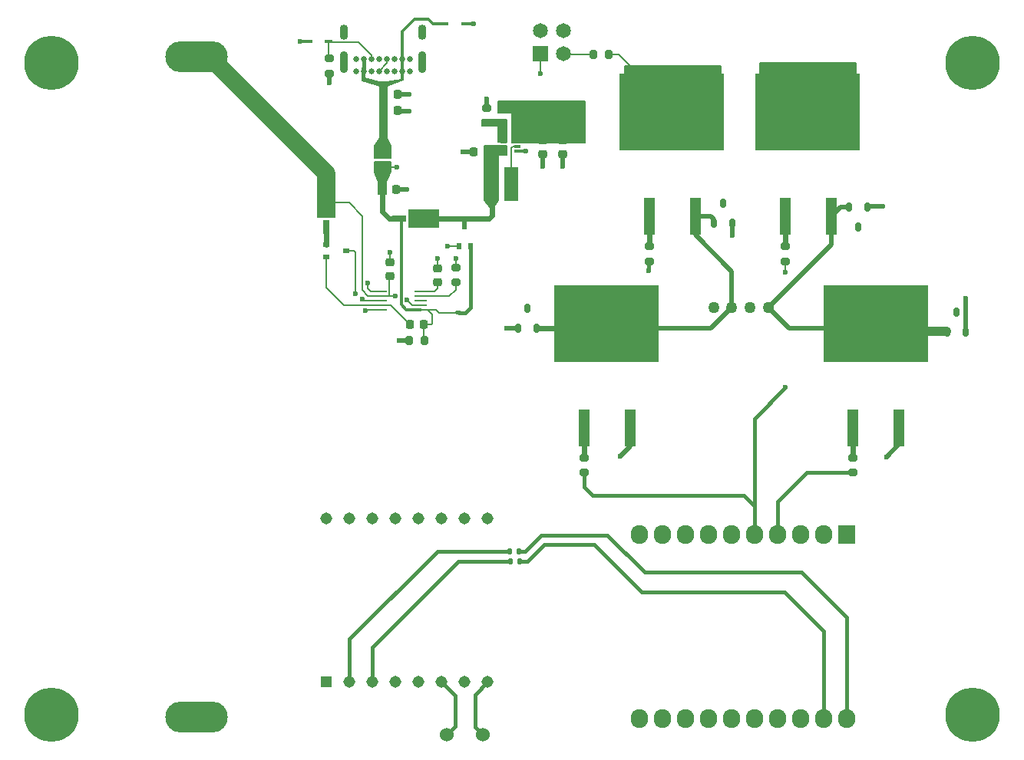
<source format=gbr>
%TF.GenerationSoftware,KiCad,Pcbnew,8.0.0*%
%TF.CreationDate,2025-02-07T12:08:42-03:30*%
%TF.ProjectId,H_Bridges,485f4272-6964-4676-9573-2e6b69636164,rev?*%
%TF.SameCoordinates,Original*%
%TF.FileFunction,Copper,L1,Top*%
%TF.FilePolarity,Positive*%
%FSLAX46Y46*%
G04 Gerber Fmt 4.6, Leading zero omitted, Abs format (unit mm)*
G04 Created by KiCad (PCBNEW 8.0.0) date 2025-02-07 12:08:42*
%MOMM*%
%LPD*%
G01*
G04 APERTURE LIST*
G04 Aperture macros list*
%AMRoundRect*
0 Rectangle with rounded corners*
0 $1 Rounding radius*
0 $2 $3 $4 $5 $6 $7 $8 $9 X,Y pos of 4 corners*
0 Add a 4 corners polygon primitive as box body*
4,1,4,$2,$3,$4,$5,$6,$7,$8,$9,$2,$3,0*
0 Add four circle primitives for the rounded corners*
1,1,$1+$1,$2,$3*
1,1,$1+$1,$4,$5*
1,1,$1+$1,$6,$7*
1,1,$1+$1,$8,$9*
0 Add four rect primitives between the rounded corners*
20,1,$1+$1,$2,$3,$4,$5,0*
20,1,$1+$1,$4,$5,$6,$7,0*
20,1,$1+$1,$6,$7,$8,$9,0*
20,1,$1+$1,$8,$9,$2,$3,0*%
G04 Aperture macros list end*
%TA.AperFunction,Conductor*%
%ADD10C,0.200000*%
%TD*%
%TA.AperFunction,SMDPad,CuDef*%
%ADD11RoundRect,0.200000X0.275000X-0.200000X0.275000X0.200000X-0.275000X0.200000X-0.275000X-0.200000X0*%
%TD*%
%TA.AperFunction,SMDPad,CuDef*%
%ADD12R,1.244600X4.064000*%
%TD*%
%TA.AperFunction,SMDPad,CuDef*%
%ADD13R,11.531600X8.559800*%
%TD*%
%TA.AperFunction,SMDPad,CuDef*%
%ADD14R,1.358900X0.279400*%
%TD*%
%TA.AperFunction,ComponentPad*%
%ADD15C,3.400000*%
%TD*%
%TA.AperFunction,ConnectorPad*%
%ADD16C,6.000000*%
%TD*%
%TA.AperFunction,SMDPad,CuDef*%
%ADD17R,0.500000X0.750000*%
%TD*%
%TA.AperFunction,SMDPad,CuDef*%
%ADD18RoundRect,0.200000X-0.275000X0.200000X-0.275000X-0.200000X0.275000X-0.200000X0.275000X0.200000X0*%
%TD*%
%TA.AperFunction,SMDPad,CuDef*%
%ADD19R,2.082800X3.429000*%
%TD*%
%TA.AperFunction,SMDPad,CuDef*%
%ADD20R,0.711200X1.524000*%
%TD*%
%TA.AperFunction,SMDPad,CuDef*%
%ADD21RoundRect,0.135000X0.135000X0.185000X-0.135000X0.185000X-0.135000X-0.185000X0.135000X-0.185000X0*%
%TD*%
%TA.AperFunction,SMDPad,CuDef*%
%ADD22RoundRect,0.225000X0.225000X0.250000X-0.225000X0.250000X-0.225000X-0.250000X0.225000X-0.250000X0*%
%TD*%
%TA.AperFunction,ComponentPad*%
%ADD23O,6.880000X3.440000*%
%TD*%
%TA.AperFunction,SMDPad,CuDef*%
%ADD24RoundRect,0.225000X-0.225000X-0.250000X0.225000X-0.250000X0.225000X0.250000X-0.225000X0.250000X0*%
%TD*%
%TA.AperFunction,SMDPad,CuDef*%
%ADD25RoundRect,0.150000X0.150000X-0.350000X0.150000X0.350000X-0.150000X0.350000X-0.150000X-0.350000X0*%
%TD*%
%TA.AperFunction,ComponentPad*%
%ADD26C,0.650000*%
%TD*%
%TA.AperFunction,ComponentPad*%
%ADD27O,0.900000X1.700000*%
%TD*%
%TA.AperFunction,ComponentPad*%
%ADD28O,0.900000X2.400000*%
%TD*%
%TA.AperFunction,ComponentPad*%
%ADD29R,1.900000X2.100000*%
%TD*%
%TA.AperFunction,ComponentPad*%
%ADD30O,1.900000X2.100000*%
%TD*%
%TA.AperFunction,SMDPad,CuDef*%
%ADD31R,0.670001X0.299999*%
%TD*%
%TA.AperFunction,ComponentPad*%
%ADD32C,1.524000*%
%TD*%
%TA.AperFunction,SMDPad,CuDef*%
%ADD33RoundRect,0.200000X0.200000X0.275000X-0.200000X0.275000X-0.200000X-0.275000X0.200000X-0.275000X0*%
%TD*%
%TA.AperFunction,ComponentPad*%
%ADD34R,1.308000X1.308000*%
%TD*%
%TA.AperFunction,ComponentPad*%
%ADD35C,1.308000*%
%TD*%
%TA.AperFunction,SMDPad,CuDef*%
%ADD36RoundRect,0.225000X0.250000X-0.225000X0.250000X0.225000X-0.250000X0.225000X-0.250000X-0.225000X0*%
%TD*%
%TA.AperFunction,SMDPad,CuDef*%
%ADD37RoundRect,0.225000X-0.250000X0.225000X-0.250000X-0.225000X0.250000X-0.225000X0.250000X0.225000X0*%
%TD*%
%TA.AperFunction,SMDPad,CuDef*%
%ADD38R,3.429000X2.082800*%
%TD*%
%TA.AperFunction,SMDPad,CuDef*%
%ADD39R,1.524000X0.711200*%
%TD*%
%TA.AperFunction,ComponentPad*%
%ADD40R,1.651000X1.651000*%
%TD*%
%TA.AperFunction,ComponentPad*%
%ADD41C,1.651000*%
%TD*%
%TA.AperFunction,SMDPad,CuDef*%
%ADD42R,0.812800X0.355600*%
%TD*%
%TA.AperFunction,SMDPad,CuDef*%
%ADD43RoundRect,0.200000X-0.200000X-0.275000X0.200000X-0.275000X0.200000X0.275000X-0.200000X0.275000X0*%
%TD*%
%TA.AperFunction,SMDPad,CuDef*%
%ADD44R,1.470000X1.200000*%
%TD*%
%TA.AperFunction,SMDPad,CuDef*%
%ADD45RoundRect,0.150000X-0.150000X0.350000X-0.150000X-0.350000X0.150000X-0.350000X0.150000X0.350000X0*%
%TD*%
%TA.AperFunction,SMDPad,CuDef*%
%ADD46R,0.750000X0.500000*%
%TD*%
%TA.AperFunction,SMDPad,CuDef*%
%ADD47R,1.500000X3.800000*%
%TD*%
%TA.AperFunction,ComponentPad*%
%ADD48C,1.270000*%
%TD*%
%TA.AperFunction,ViaPad*%
%ADD49C,0.600000*%
%TD*%
%TA.AperFunction,Conductor*%
%ADD50C,0.500000*%
%TD*%
%TA.AperFunction,Conductor*%
%ADD51C,0.300000*%
%TD*%
%TA.AperFunction,Conductor*%
%ADD52C,2.000000*%
%TD*%
%TA.AperFunction,Conductor*%
%ADD53C,0.450000*%
%TD*%
%TA.AperFunction,Conductor*%
%ADD54C,0.600000*%
%TD*%
%TA.AperFunction,Conductor*%
%ADD55C,0.400000*%
%TD*%
%TA.AperFunction,Conductor*%
%ADD56C,1.000000*%
%TD*%
G04 APERTURE END LIST*
D10*
%TO.N,/Charger/VBUS*%
X120250000Y-53970000D02*
X121850000Y-54370000D01*
X122650000Y-54370000D01*
X124300000Y-54070000D01*
X124300000Y-52820000D01*
X124450000Y-52820000D01*
X124450000Y-54120000D01*
X122650000Y-54770000D01*
X122650000Y-57820000D01*
X122650000Y-57870000D01*
X121900000Y-57870000D01*
X121900000Y-57580000D01*
X121900000Y-54770000D01*
X120000000Y-54170000D01*
X120000000Y-52770000D01*
X120250000Y-52770000D01*
X120250000Y-53970000D01*
%TA.AperFunction,Conductor*%
G36*
X120250000Y-53970000D02*
G01*
X121850000Y-54370000D01*
X122650000Y-54370000D01*
X124300000Y-54070000D01*
X124300000Y-52820000D01*
X124450000Y-52820000D01*
X124450000Y-54120000D01*
X122650000Y-54770000D01*
X122650000Y-57820000D01*
X122650000Y-57870000D01*
X121900000Y-57870000D01*
X121900000Y-57580000D01*
X121900000Y-54770000D01*
X120000000Y-54170000D01*
X120000000Y-52770000D01*
X120250000Y-52770000D01*
X120250000Y-53970000D01*
G37*
%TD.AperFunction*%
X122640000Y-60530000D02*
X123100000Y-61360000D01*
X123100000Y-62710000D01*
X121300000Y-62710000D01*
X121300000Y-61360000D01*
X121900000Y-60560000D01*
X121890000Y-57570000D01*
X122640000Y-57570000D01*
X122640000Y-60530000D01*
%TA.AperFunction,Conductor*%
G36*
X122640000Y-60530000D02*
G01*
X123100000Y-61360000D01*
X123100000Y-62710000D01*
X121300000Y-62710000D01*
X121300000Y-61360000D01*
X121900000Y-60560000D01*
X121890000Y-57570000D01*
X122640000Y-57570000D01*
X122640000Y-60530000D01*
G37*
%TD.AperFunction*%
%TO.N,+5V*%
X144550000Y-61050000D02*
X136500000Y-61050000D01*
X136500000Y-57750000D01*
X135000000Y-57750000D01*
X135000000Y-56450000D01*
X144550000Y-56450000D01*
X144550000Y-61050000D01*
%TA.AperFunction,Conductor*%
G36*
X144550000Y-61050000D02*
G01*
X136500000Y-61050000D01*
X136500000Y-57750000D01*
X135000000Y-57750000D01*
X135000000Y-56450000D01*
X144550000Y-56450000D01*
X144550000Y-61050000D01*
G37*
%TD.AperFunction*%
%TO.N,VCC*%
X135900000Y-62400000D02*
X135000000Y-62400000D01*
X135000000Y-67400000D01*
X133450000Y-67400000D01*
X133450000Y-61400000D01*
X135900000Y-61400000D01*
X135900000Y-62400000D01*
%TA.AperFunction,Conductor*%
G36*
X135900000Y-62400000D02*
G01*
X135000000Y-62400000D01*
X135000000Y-67400000D01*
X133450000Y-67400000D01*
X133450000Y-61400000D01*
X135900000Y-61400000D01*
X135900000Y-62400000D01*
G37*
%TD.AperFunction*%
%TO.N,VDD*%
X123100000Y-64310000D02*
X122600000Y-65360000D01*
X122600000Y-66710000D01*
X121750000Y-66710000D01*
X121750000Y-65360000D01*
X121300000Y-64360000D01*
X121300000Y-63160000D01*
X123100000Y-63160000D01*
X123100000Y-64310000D01*
%TA.AperFunction,Conductor*%
G36*
X123100000Y-64310000D02*
G01*
X122600000Y-65360000D01*
X122600000Y-66710000D01*
X121750000Y-66710000D01*
X121750000Y-65360000D01*
X121300000Y-64360000D01*
X121300000Y-63160000D01*
X123100000Y-63160000D01*
X123100000Y-64310000D01*
G37*
%TD.AperFunction*%
%TO.N,VCC*%
X135000000Y-67400000D02*
X134450000Y-68150000D01*
X134000000Y-68150000D01*
X133450000Y-67400000D01*
X133450000Y-63000000D01*
X135000000Y-63000000D01*
X135000000Y-67400000D01*
%TA.AperFunction,Conductor*%
G36*
X135000000Y-67400000D02*
G01*
X134450000Y-68150000D01*
X134000000Y-68150000D01*
X133450000Y-67400000D01*
X133450000Y-63000000D01*
X135000000Y-63000000D01*
X135000000Y-67400000D01*
G37*
%TD.AperFunction*%
%TO.N,+5V*%
X148900000Y-52550000D02*
X159500000Y-52550000D01*
X159500000Y-56950000D01*
X148900000Y-56950000D01*
X148900000Y-52550000D01*
%TA.AperFunction,Conductor*%
G36*
X148900000Y-52550000D02*
G01*
X159500000Y-52550000D01*
X159500000Y-56950000D01*
X148900000Y-56950000D01*
X148900000Y-52550000D01*
G37*
%TD.AperFunction*%
%TO.N,Net-(U3-FB)*%
X135900000Y-61000000D02*
X135000000Y-61000000D01*
X135000000Y-59200000D01*
X133200000Y-59200000D01*
X133200000Y-58550000D01*
X135900000Y-58550000D01*
X135900000Y-61000000D01*
%TA.AperFunction,Conductor*%
G36*
X135900000Y-61000000D02*
G01*
X135000000Y-61000000D01*
X135000000Y-59200000D01*
X133200000Y-59200000D01*
X133200000Y-58550000D01*
X135900000Y-58550000D01*
X135900000Y-61000000D01*
G37*
%TD.AperFunction*%
%TO.N,VDD*%
X130800000Y-79950000D02*
X130500000Y-79950000D01*
X130200000Y-79850000D01*
X130200000Y-79800000D01*
X130500000Y-79700000D01*
X130800000Y-79700000D01*
X130800000Y-79950000D01*
%TA.AperFunction,Conductor*%
G36*
X130800000Y-79950000D02*
G01*
X130500000Y-79950000D01*
X130200000Y-79850000D01*
X130200000Y-79800000D01*
X130500000Y-79700000D01*
X130800000Y-79700000D01*
X130800000Y-79950000D01*
G37*
%TD.AperFunction*%
%TO.N,+5V*%
X163850000Y-52250000D02*
X174450000Y-52250000D01*
X174450000Y-56650000D01*
X163850000Y-56650000D01*
X163850000Y-52250000D01*
%TA.AperFunction,Conductor*%
G36*
X163850000Y-52250000D02*
G01*
X174450000Y-52250000D01*
X174450000Y-56650000D01*
X163850000Y-56650000D01*
X163850000Y-52250000D01*
G37*
%TD.AperFunction*%
%TD*%
D11*
%TO.P,R1,1*%
%TO.N,/P1*%
X166640750Y-74165750D03*
%TO.P,R1,2*%
%TO.N,Net-(Q1-Pad1)*%
X166640750Y-72515750D03*
%TD*%
D12*
%TO.P,Q3,1*%
%TO.N,Net-(Q3-Pad1)*%
X151600750Y-69177050D03*
D13*
%TO.P,Q3,2*%
%TO.N,+5V*%
X154089950Y-57658150D03*
D12*
%TO.P,Q3,3*%
%TO.N,/Coil_A-*%
X156680750Y-69177050D03*
%TD*%
D14*
%TO.P,U2,1,IN*%
%TO.N,VDD*%
X126392350Y-79500001D03*
%TO.P,U2,2,\u002ACHG*%
%TO.N,Net-(U2-\u002ACHG)*%
X126392350Y-78999999D03*
%TO.P,U2,3,EN/OK*%
%TO.N,unconnected-(U2-EN{slash}OK-Pad3)*%
X126392350Y-78500000D03*
%TO.P,U2,4,ISET*%
%TO.N,Net-(U2-ISET)*%
X126392350Y-78000001D03*
%TO.P,U2,5,CT*%
%TO.N,Net-(U2-CT)*%
X126392350Y-77499999D03*
%TO.P,U2,6,RSTRT*%
%TO.N,GND*%
X121985450Y-77499999D03*
%TO.P,U2,7,BATT*%
%TO.N,Net-(D10-K)*%
X121985450Y-78000001D03*
%TO.P,U2,8,GND*%
%TO.N,GND*%
X121985450Y-78500000D03*
%TO.P,U2,9,DRV*%
%TO.N,Net-(Q10-G)*%
X121985450Y-78999999D03*
%TO.P,U2,10,CS*%
%TO.N,Net-(Q10-S)*%
X121985450Y-79500001D03*
%TD*%
D15*
%TO.P,H4,1*%
%TO.N,unconnected-(H4-Pad1)*%
X187300000Y-124200000D03*
D16*
X187300000Y-124200000D03*
%TD*%
D17*
%TO.P,Q9,1,D*%
%TO.N,Net-(D10-K)*%
X130600000Y-72450000D03*
%TO.P,Q9,2,G*%
%TO.N,VDD*%
X131900000Y-72450000D03*
%TO.P,Q9,3,S*%
%TO.N,VCC*%
X131250000Y-70250000D03*
%TD*%
D15*
%TO.P,H1,1*%
%TO.N,unconnected-(H1-Pad1)*%
X187300000Y-52250000D03*
D16*
X187300000Y-52250000D03*
%TD*%
D11*
%TO.P,R4,1*%
%TO.N,/P1*%
X144440750Y-97465750D03*
%TO.P,R4,2*%
%TO.N,Net-(Q4-Pad1)*%
X144440750Y-95815750D03*
%TD*%
%TO.P,R2,1*%
%TO.N,/P2*%
X174100000Y-97475000D03*
%TO.P,R2,2*%
%TO.N,Net-(Q2-Pad1)*%
X174100000Y-95825000D03*
%TD*%
D18*
%TO.P,R14,1*%
%TO.N,/Charger/CC2*%
X116300000Y-51745000D03*
%TO.P,R14,2*%
%TO.N,GND*%
X116300000Y-53395000D03*
%TD*%
D19*
%TO.P,D10,1,K*%
%TO.N,Net-(D10-K)*%
X115997500Y-67647500D03*
D20*
%TO.P,D10,2,A*%
%TO.N,Net-(D10-A)*%
X115997500Y-70327200D03*
%TD*%
D12*
%TO.P,Q2,1*%
%TO.N,Net-(Q2-Pad1)*%
X174100750Y-92566950D03*
D13*
%TO.P,Q2,2*%
%TO.N,/Coil_A+*%
X176589950Y-81048050D03*
D12*
%TO.P,Q2,3*%
%TO.N,GND*%
X179180750Y-92566950D03*
%TD*%
D21*
%TO.P,R10,1*%
%TO.N,/MP3_TX*%
X137310000Y-107300000D03*
%TO.P,R10,2*%
%TO.N,Net-(U4-TX)*%
X136290000Y-107300000D03*
%TD*%
D15*
%TO.P,H3,1*%
%TO.N,unconnected-(H3-Pad1)*%
X85700000Y-124200000D03*
D16*
X85700000Y-124200000D03*
%TD*%
D22*
%TO.P,C2,1*%
%TO.N,VDD*%
X126775000Y-81150000D03*
%TO.P,C2,2*%
%TO.N,Net-(Q10-G)*%
X125225000Y-81150000D03*
%TD*%
D23*
%TO.P,BT1,N*%
%TO.N,GND*%
X101700000Y-124450000D03*
%TO.P,BT1,P*%
%TO.N,Net-(D10-K)*%
X101700000Y-51550000D03*
%TD*%
D15*
%TO.P,H2,1*%
%TO.N,unconnected-(H2-Pad1)*%
X85700000Y-52250000D03*
D16*
X85700000Y-52250000D03*
%TD*%
D24*
%TO.P,C5,1*%
%TO.N,/Charger/VBUS*%
X122275000Y-57530000D03*
%TO.P,C5,2*%
%TO.N,GND*%
X123825000Y-57530000D03*
%TD*%
D18*
%TO.P,R3,1*%
%TO.N,Net-(Q3-Pad1)*%
X151600000Y-72515750D03*
%TO.P,R3,2*%
%TO.N,/P2*%
X151600000Y-74165750D03*
%TD*%
D25*
%TO.P,D4,1,A*%
%TO.N,GND*%
X137170000Y-81550000D03*
%TO.P,D4,2,C*%
%TO.N,/Coil_A-*%
X139230000Y-81550000D03*
%TO.P,D4,3*%
%TO.N,N/C*%
X138200000Y-79350000D03*
%TD*%
D26*
%TO.P,J2,A1,GND*%
%TO.N,GND*%
X125225000Y-53180000D03*
%TO.P,J2,A4,VBUS*%
%TO.N,/Charger/VBUS*%
X124375000Y-53180000D03*
%TO.P,J2,A5,CC1*%
%TO.N,/Charger/CC1*%
X123525000Y-53180000D03*
%TO.P,J2,A6,DP1*%
%TO.N,/Charger/DP*%
X122675000Y-53180000D03*
%TO.P,J2,A7,DN1*%
%TO.N,/Charger/DN*%
X121825000Y-53180000D03*
%TO.P,J2,A8,SBU1*%
%TO.N,unconnected-(J2-SBU1-PadA8)*%
X120975000Y-53180000D03*
%TO.P,J2,A9,VBUS*%
%TO.N,/Charger/VBUS*%
X120125000Y-53180000D03*
%TO.P,J2,A12,GND*%
%TO.N,GND*%
X119275000Y-53180000D03*
%TO.P,J2,B1,GND*%
X119275000Y-51830000D03*
%TO.P,J2,B4,VBUS*%
%TO.N,/Charger/VBUS*%
X120125000Y-51830000D03*
%TO.P,J2,B5,CC2*%
%TO.N,/Charger/CC2*%
X120975000Y-51830000D03*
%TO.P,J2,B6,DP2*%
%TO.N,/Charger/DP*%
X121825000Y-51830000D03*
%TO.P,J2,B7,DN2*%
%TO.N,/Charger/DN*%
X122675000Y-51830000D03*
%TO.P,J2,B8,SBU2*%
%TO.N,unconnected-(J2-SBU2-PadB8)*%
X123525000Y-51830000D03*
%TO.P,J2,B9,VBUS*%
%TO.N,/Charger/VBUS*%
X124375000Y-51830000D03*
%TO.P,J2,B12,GND*%
%TO.N,GND*%
X125225000Y-51830000D03*
D27*
%TO.P,J2,S1,SHELL*%
X126575000Y-48820000D03*
%TO.P,J2,S2,SHELL*%
X117925000Y-48820000D03*
D28*
%TO.P,J2,S3,SHELL*%
X126575000Y-52200000D03*
%TO.P,J2,S4,SHELL*%
X117925000Y-52200000D03*
%TD*%
D29*
%TO.P,U1,1,RESET_5V*%
%TO.N,unconnected-(U1-RESET_5V-Pad1)*%
X173390000Y-104300000D03*
D30*
%TO.P,U1,2,ADC*%
%TO.N,unconnected-(U1-ADC-Pad2)*%
X170850000Y-104300000D03*
%TO.P,U1,3,CH_PD*%
%TO.N,unconnected-(U1-CH_PD-Pad3)*%
X168310000Y-104300000D03*
%TO.P,U1,4,GPIO16*%
%TO.N,/P2*%
X165770000Y-104300000D03*
%TO.P,U1,5,GPIO14*%
%TO.N,/P1*%
X163230000Y-104300000D03*
%TO.P,U1,6,GPIO12*%
%TO.N,/P3*%
X160690000Y-104300000D03*
%TO.P,U1,7,GPIO13*%
%TO.N,/P4*%
X158150000Y-104300000D03*
%TO.P,U1,8,VIN*%
%TO.N,unconnected-(U1-VIN-Pad8)*%
X155610000Y-104300000D03*
%TO.P,U1,9,VBAT*%
%TO.N,+5V*%
X153070000Y-104300000D03*
%TO.P,U1,10,GND*%
%TO.N,GND*%
X150530000Y-104300000D03*
%TO.P,U1,11,GND*%
X150530000Y-124620000D03*
%TO.P,U1,12,LDO_EN*%
%TO.N,unconnected-(U1-LDO_EN-Pad12)*%
X153070000Y-124620000D03*
%TO.P,U1,13,3.3V*%
%TO.N,+3V3*%
X155610000Y-124620000D03*
%TO.P,U1,14,GPIO15*%
%TO.N,unconnected-(U1-GPIO15-Pad14)*%
X158150000Y-124620000D03*
%TO.P,U1,15,GPIO2*%
%TO.N,unconnected-(U1-GPIO2-Pad15)*%
X160690000Y-124620000D03*
%TO.P,U1,16,GPIO0*%
%TO.N,unconnected-(U1-GPIO0-Pad16)*%
X163230000Y-124620000D03*
%TO.P,U1,17,GPIO4*%
%TO.N,unconnected-(U1-GPIO4-Pad17)*%
X165770000Y-124620000D03*
%TO.P,U1,18,GPIO5*%
%TO.N,unconnected-(U1-GPIO5-Pad18)*%
X168310000Y-124620000D03*
%TO.P,U1,19,RXD*%
%TO.N,/MP3_TX*%
X170850000Y-124620000D03*
%TO.P,U1,20,TXD*%
%TO.N,/MP3_RX*%
X173390000Y-124620000D03*
%TD*%
D31*
%TO.P,U3,1,FB*%
%TO.N,Net-(U3-FB)*%
X135559999Y-60950832D03*
%TO.P,U3,2,EN*%
%TO.N,VCC*%
X135559999Y-61450831D03*
%TO.P,U3,3,VIN*%
X135559999Y-61950833D03*
%TO.P,U3,4,GND*%
%TO.N,GND*%
X137040001Y-61950833D03*
%TO.P,U3,5,SW*%
%TO.N,Net-(U3-SW)*%
X137040001Y-61450831D03*
%TO.P,U3,6,VOUT*%
%TO.N,+5V*%
X137040001Y-60950832D03*
%TD*%
D12*
%TO.P,Q4,1*%
%TO.N,Net-(Q4-Pad1)*%
X144400750Y-92566950D03*
D13*
%TO.P,Q4,2*%
%TO.N,/Coil_A-*%
X146889950Y-81048050D03*
D12*
%TO.P,Q4,3*%
%TO.N,GND*%
X149480750Y-92566950D03*
%TD*%
%TO.P,Q1,1*%
%TO.N,Net-(Q1-Pad1)*%
X166600750Y-69177050D03*
D13*
%TO.P,Q1,2*%
%TO.N,+5V*%
X169089950Y-57658150D03*
D12*
%TO.P,Q1,3*%
%TO.N,/Coil_A+*%
X171680750Y-69177050D03*
%TD*%
D18*
%TO.P,R15,1*%
%TO.N,+5V*%
X135400000Y-57275000D03*
%TO.P,R15,2*%
%TO.N,Net-(U3-FB)*%
X135400000Y-58925000D03*
%TD*%
D21*
%TO.P,R9,1*%
%TO.N,/MP3_RX*%
X137260000Y-106150000D03*
%TO.P,R9,2*%
%TO.N,Net-(U4-RX)*%
X136240000Y-106150000D03*
%TD*%
D22*
%TO.P,C8,1*%
%TO.N,VCC*%
X133800000Y-62050834D03*
%TO.P,C8,2*%
%TO.N,GND*%
X132250000Y-62050834D03*
%TD*%
D32*
%TO.P,LS1,1,1*%
%TO.N,/SPK+*%
X129250000Y-126450000D03*
%TO.P,LS1,2,2*%
%TO.N,/SPK-*%
X133250000Y-126450000D03*
%TD*%
D33*
%TO.P,R12,1*%
%TO.N,VDD*%
X126825000Y-82900000D03*
%TO.P,R12,2*%
%TO.N,GND*%
X125175000Y-82900000D03*
%TD*%
D34*
%TO.P,U4,1,VCC*%
%TO.N,+3V3*%
X116000000Y-120600000D03*
D35*
%TO.P,U4,2,RX*%
%TO.N,Net-(U4-RX)*%
X118540000Y-120600000D03*
%TO.P,U4,3,TX*%
%TO.N,Net-(U4-TX)*%
X121080000Y-120600000D03*
%TO.P,U4,4,DAC_R*%
%TO.N,unconnected-(U4-DAC_R-Pad4)*%
X123620000Y-120600000D03*
%TO.P,U4,5,DAC_L*%
%TO.N,unconnected-(U4-DAC_L-Pad5)*%
X126160000Y-120600000D03*
%TO.P,U4,6,SPK1*%
%TO.N,/SPK+*%
X128700000Y-120600000D03*
%TO.P,U4,7,GND*%
%TO.N,GND*%
X131240000Y-120600000D03*
%TO.P,U4,8,SPK2*%
%TO.N,/SPK-*%
X133780000Y-120600000D03*
%TO.P,U4,9,IO1*%
%TO.N,unconnected-(U4-IO1-Pad9)*%
X133780000Y-102566000D03*
%TO.P,U4,10,GND__1*%
%TO.N,GND*%
X131240000Y-102566000D03*
%TO.P,U4,11,IO2*%
%TO.N,unconnected-(U4-IO2-Pad11)*%
X128700000Y-102566000D03*
%TO.P,U4,12,ADKEY1*%
%TO.N,unconnected-(U4-ADKEY1-Pad12)*%
X126160000Y-102566000D03*
%TO.P,U4,13,ADKEY2*%
%TO.N,unconnected-(U4-ADKEY2-Pad13)*%
X123620000Y-102566000D03*
%TO.P,U4,14,USB+*%
%TO.N,unconnected-(U4-USB+-Pad14)*%
X121080000Y-102566000D03*
%TO.P,U4,15,USB-*%
%TO.N,unconnected-(U4-USB--Pad15)*%
X118540000Y-102566000D03*
%TO.P,U4,16,BUSY*%
%TO.N,unconnected-(U4-BUSY-Pad16)*%
X116000000Y-102566000D03*
%TD*%
D36*
%TO.P,C1,1*%
%TO.N,Net-(U2-CT)*%
X128275566Y-76475834D03*
%TO.P,C1,2*%
%TO.N,GND*%
X128275566Y-74925834D03*
%TD*%
D11*
%TO.P,R16,1*%
%TO.N,Net-(U3-FB)*%
X133700000Y-58875834D03*
%TO.P,R16,2*%
%TO.N,GND*%
X133700000Y-57225834D03*
%TD*%
D37*
%TO.P,C9,1*%
%TO.N,+5V*%
X142100000Y-60775834D03*
%TO.P,C9,2*%
%TO.N,GND*%
X142100000Y-62325834D03*
%TD*%
D25*
%TO.P,D1,1,A*%
%TO.N,/Coil_A+*%
X184470000Y-81930000D03*
%TO.P,D1,2,C*%
%TO.N,+5V*%
X186530000Y-81930000D03*
%TO.P,D1,3*%
%TO.N,N/C*%
X185500000Y-79730000D03*
%TD*%
D38*
%TO.P,D11,1,K*%
%TO.N,VCC*%
X126720700Y-69450000D03*
D39*
%TO.P,D11,2,A*%
%TO.N,VDD*%
X124041000Y-69450000D03*
%TD*%
D40*
%TO.P,LED1,1,1*%
%TO.N,GND*%
X139611000Y-51267200D03*
D41*
%TO.P,LED1,2,2*%
%TO.N,Net-(LED1-Pad2)*%
X142151000Y-51267200D03*
%TO.P,LED1,3,3*%
%TO.N,Net-(U2-\u002ACHG)*%
X139611000Y-48727200D03*
%TO.P,LED1,4,4*%
%TO.N,VDD*%
X142151000Y-48727200D03*
%TD*%
D25*
%TO.P,D3,1,A*%
%TO.N,/Coil_A-*%
X158710750Y-69940750D03*
%TO.P,D3,2,C*%
%TO.N,+5V*%
X160770750Y-69940750D03*
%TO.P,D3,3*%
%TO.N,N/C*%
X159740750Y-67740750D03*
%TD*%
D42*
%TO.P,D14,1,K*%
%TO.N,/Charger/CC2*%
X116267600Y-49920000D03*
%TO.P,D14,2,A*%
%TO.N,GND*%
X114032400Y-49920000D03*
%TD*%
D43*
%TO.P,R17,1*%
%TO.N,Net-(LED1-Pad2)*%
X145475000Y-51350000D03*
%TO.P,R17,2*%
%TO.N,+5V*%
X147125000Y-51350000D03*
%TD*%
D44*
%TO.P,FB1,1*%
%TO.N,/Charger/VBUS*%
X122200000Y-62050000D03*
%TO.P,FB1,2*%
%TO.N,VDD*%
X122200000Y-63770000D03*
%TD*%
D45*
%TO.P,D2,1,A*%
%TO.N,GND*%
X175700750Y-68140750D03*
%TO.P,D2,2,C*%
%TO.N,/Coil_A+*%
X173640750Y-68140750D03*
%TO.P,D2,3*%
%TO.N,N/C*%
X174670750Y-70340750D03*
%TD*%
D46*
%TO.P,Q10,1,D*%
%TO.N,Net-(D10-A)*%
X116000000Y-72350000D03*
%TO.P,Q10,2,G*%
%TO.N,Net-(Q10-G)*%
X116000000Y-73650000D03*
%TO.P,Q10,3,S*%
%TO.N,Net-(Q10-S)*%
X118200000Y-73000000D03*
%TD*%
D24*
%TO.P,C4,1*%
%TO.N,/Charger/VBUS*%
X122275000Y-55680000D03*
%TO.P,C4,2*%
%TO.N,GND*%
X123825000Y-55680000D03*
%TD*%
%TO.P,C6,1*%
%TO.N,VDD*%
X122175000Y-66260000D03*
%TO.P,C6,2*%
%TO.N,GND*%
X123725000Y-66260000D03*
%TD*%
D36*
%TO.P,C3,1*%
%TO.N,Net-(D10-K)*%
X123000000Y-75825000D03*
%TO.P,C3,2*%
%TO.N,GND*%
X123000000Y-74275000D03*
%TD*%
D11*
%TO.P,R11,1*%
%TO.N,Net-(U2-ISET)*%
X130275566Y-76500834D03*
%TO.P,R11,2*%
%TO.N,GND*%
X130275566Y-74850834D03*
%TD*%
D42*
%TO.P,D12,1,K*%
%TO.N,/Charger/VBUS*%
X129042400Y-47940000D03*
%TO.P,D12,2,A*%
%TO.N,GND*%
X131277600Y-47940000D03*
%TD*%
D37*
%TO.P,C7,1*%
%TO.N,+5V*%
X139900000Y-60775834D03*
%TO.P,C7,2*%
%TO.N,GND*%
X139900000Y-62325834D03*
%TD*%
D47*
%TO.P,L1,1*%
%TO.N,VCC*%
X134100000Y-65600000D03*
%TO.P,L1,2*%
%TO.N,Net-(U3-SW)*%
X136400000Y-65600000D03*
%TD*%
D48*
%TO.P,J1,4,4*%
%TO.N,/Coil_B+*%
X158735851Y-79223350D03*
%TO.P,J1,3,3*%
%TO.N,/Coil_A-*%
X160735849Y-79223350D03*
%TO.P,J1,2,2*%
%TO.N,/Coil_B-*%
X162735850Y-79223350D03*
%TO.P,J1,1,1*%
%TO.N,/Coil_A+*%
X164735849Y-79223350D03*
%TD*%
D49*
%TO.N,GND*%
X177400000Y-68100000D03*
X139600000Y-53450000D03*
X124050000Y-82900000D03*
X177800000Y-95750000D03*
X132270000Y-47940000D03*
X135859250Y-81559250D03*
X133700000Y-56200000D03*
X138000000Y-61950000D03*
X124925000Y-66260000D03*
X131100000Y-62050000D03*
X125125000Y-57580000D03*
X113100000Y-49920000D03*
X116300000Y-54420000D03*
X142100000Y-63650000D03*
X130289734Y-73800834D03*
X125125000Y-55680000D03*
X148450000Y-95650000D03*
X139900000Y-63650000D03*
X128289734Y-73800834D03*
X119950000Y-78300000D03*
X120550000Y-76550000D03*
X123000000Y-73200000D03*
%TO.N,Net-(D10-K)*%
X123600000Y-78000000D03*
X129350000Y-72450000D03*
%TO.N,VDD*%
X123800000Y-63750000D03*
%TO.N,+5V*%
X168392860Y-52800000D03*
X150950000Y-52800000D03*
X165964290Y-52800000D03*
X153378570Y-52800000D03*
X144150000Y-58214285D03*
X173250000Y-52800000D03*
X144150000Y-60642855D03*
X170821430Y-52800000D03*
X144150000Y-57000000D03*
X154592855Y-52800000D03*
X186550000Y-78200000D03*
X152164285Y-52800000D03*
X155807140Y-52800000D03*
X167178575Y-52800000D03*
X157021425Y-52800000D03*
X160800000Y-71300000D03*
X169607145Y-52800000D03*
X164750000Y-52800000D03*
X144150000Y-59428570D03*
X172035715Y-52800000D03*
X149735710Y-52800000D03*
X158235710Y-52800000D03*
%TO.N,Net-(Q10-S)*%
X119250000Y-77700000D03*
X120350000Y-79599999D03*
%TO.N,/P1*%
X166650000Y-88100000D03*
X166600000Y-75400000D03*
%TO.N,/P2*%
X151550000Y-75200000D03*
%TO.N,Net-(U2-\u002ACHG)*%
X124900000Y-78400000D03*
%TD*%
D10*
%TO.N,GND*%
X136909250Y-81540750D02*
X136900000Y-81550000D01*
X121985450Y-77499999D02*
X120899999Y-77499999D01*
X139611000Y-51267200D02*
X139611000Y-53439000D01*
D50*
X179180750Y-94369250D02*
X179180750Y-92566950D01*
X124050000Y-82900000D02*
X125175000Y-82900000D01*
X132250000Y-62050834D02*
X131100834Y-62050834D01*
D51*
X114032400Y-49920000D02*
X113100000Y-49920000D01*
D10*
X137999167Y-61950833D02*
X138000000Y-61950000D01*
X120150000Y-78500000D02*
X119950000Y-78300000D01*
D51*
X137040001Y-61950833D02*
X137999167Y-61950833D01*
D50*
X148450000Y-95650000D02*
X149480750Y-94619250D01*
X125125000Y-57580000D02*
X123925000Y-57580000D01*
X139900000Y-62325834D02*
X139900000Y-63650000D01*
D10*
X130289734Y-74836666D02*
X130275566Y-74850834D01*
D50*
X125125000Y-55680000D02*
X123925000Y-55680000D01*
D10*
X128289734Y-73800834D02*
X128289734Y-74911666D01*
D51*
X132270000Y-47940000D02*
X131277600Y-47940000D01*
D50*
X177800000Y-95750000D02*
X179180750Y-94369250D01*
X133700000Y-56200000D02*
X133700000Y-57225834D01*
D10*
X121985450Y-78500000D02*
X120150000Y-78500000D01*
X175741500Y-68100000D02*
X175700750Y-68140750D01*
X120550000Y-77150000D02*
X120550000Y-76550000D01*
X120899999Y-77499999D02*
X120550000Y-77150000D01*
X123000000Y-73200000D02*
X123000000Y-74275000D01*
D50*
X116300000Y-53395000D02*
X116300000Y-54420000D01*
X149480750Y-94619250D02*
X149480750Y-92566950D01*
X137170000Y-81550000D02*
X135868500Y-81550000D01*
X142100000Y-62325834D02*
X142100000Y-63650000D01*
D10*
X128289734Y-74911666D02*
X128275566Y-74925834D01*
X139611000Y-53439000D02*
X139600000Y-53450000D01*
X130289734Y-73800834D02*
X130289734Y-74836666D01*
D50*
X177400000Y-68100000D02*
X175741500Y-68100000D01*
X124925000Y-66260000D02*
X123725000Y-66260000D01*
D10*
X131100834Y-62050834D02*
X131100000Y-62050000D01*
%TO.N,Net-(D10-K)*%
X121985450Y-78000001D02*
X120600001Y-78000001D01*
X123600000Y-78000000D02*
X121985450Y-78000001D01*
X122964900Y-77900001D02*
X122964900Y-75989900D01*
D52*
X115997500Y-64447500D02*
X103100000Y-51550000D01*
D10*
X122864900Y-78000001D02*
X122964900Y-77900001D01*
X129350000Y-72450000D02*
X130600000Y-72450000D01*
X118247500Y-67647500D02*
X115997500Y-67647500D01*
D52*
X115997500Y-67647500D02*
X115997500Y-64447500D01*
D10*
X118300000Y-67700000D02*
X118247500Y-67647500D01*
X119950000Y-69150000D02*
X118500000Y-67700000D01*
X119950000Y-77350000D02*
X119950000Y-69150000D01*
X121985450Y-78000001D02*
X122864900Y-78000001D01*
X122964900Y-75989900D02*
X122900000Y-75925000D01*
X118500000Y-67700000D02*
X118300000Y-67700000D01*
X103100000Y-51550000D02*
X101700000Y-51550000D01*
X120600001Y-78000001D02*
X119950000Y-77350000D01*
%TO.N,Net-(U2-CT)*%
X128275566Y-77124434D02*
X127900000Y-77500000D01*
X127900000Y-77500000D02*
X126392350Y-77499999D01*
X128275566Y-76475834D02*
X128275566Y-77124434D01*
%TO.N,VDD*%
X127550000Y-81150000D02*
X126775000Y-81150000D01*
X128100001Y-79500001D02*
X126392350Y-79500001D01*
D53*
X131900000Y-72450000D02*
X131900000Y-79250000D01*
D10*
X122220000Y-63750000D02*
X122200000Y-63770000D01*
X127650000Y-80000000D02*
X127650000Y-81050000D01*
D54*
X122950000Y-69450000D02*
X124041000Y-69450000D01*
D51*
X124041000Y-69310301D02*
X124250000Y-69519301D01*
D10*
X130600000Y-79822500D02*
X128422500Y-79822500D01*
D51*
X124250000Y-78910301D02*
X124839699Y-79500000D01*
D10*
X128422500Y-79822500D02*
X128100001Y-79500001D01*
X123800000Y-63750000D02*
X122220000Y-63750000D01*
D54*
X122175000Y-68675000D02*
X122950000Y-69450000D01*
D10*
X127650000Y-81050000D02*
X127550000Y-81150000D01*
X126392350Y-79500001D02*
X127150001Y-79500001D01*
X126775000Y-81150000D02*
X126775000Y-82850000D01*
D53*
X131327500Y-79822500D02*
X130600000Y-79822500D01*
D10*
X127150001Y-79500001D02*
X127650000Y-80000000D01*
D51*
X124250000Y-69519301D02*
X124250000Y-78910301D01*
D53*
X131900000Y-79250000D02*
X131327500Y-79822500D01*
D10*
X126775000Y-82850000D02*
X126825000Y-82900000D01*
D51*
X124839699Y-79500000D02*
X126392350Y-79500000D01*
D54*
X122175000Y-66260000D02*
X122175000Y-68675000D01*
D10*
%TO.N,Net-(Q10-G)*%
X123100000Y-79000000D02*
X121985450Y-78999999D01*
X117950000Y-79000000D02*
X121985450Y-78999999D01*
X125225000Y-81150000D02*
X125225000Y-81125000D01*
X116000000Y-77050000D02*
X117950000Y-79000000D01*
X116000000Y-73650000D02*
X116000000Y-77050000D01*
X125225000Y-81125000D02*
X123100000Y-79000000D01*
D51*
%TO.N,/Charger/VBUS*%
X127230000Y-47450000D02*
X127720000Y-47940000D01*
X125720000Y-47450000D02*
X127230000Y-47450000D01*
D50*
X122275000Y-55680000D02*
X122275000Y-57530000D01*
D51*
X124375000Y-48795000D02*
X125720000Y-47450000D01*
X127720000Y-47940000D02*
X129042400Y-47940000D01*
X124375000Y-51830000D02*
X124375000Y-53180000D01*
D55*
X120125000Y-51830000D02*
X120125000Y-53180000D01*
D51*
X124375000Y-51830000D02*
X124375000Y-48795000D01*
D50*
%TO.N,+5V*%
X160770750Y-69940750D02*
X160770750Y-71270750D01*
D10*
X148285710Y-51350000D02*
X149735710Y-52800000D01*
X160770750Y-71270750D02*
X160800000Y-71300000D01*
X147125000Y-51350000D02*
X148285710Y-51350000D01*
X186530000Y-78220000D02*
X186550000Y-78200000D01*
D50*
X186530000Y-81930000D02*
X186530000Y-78220000D01*
%TO.N,VCC*%
X126720700Y-69450000D02*
X128450000Y-69450000D01*
D54*
X134250000Y-65650000D02*
X134250000Y-69100000D01*
D50*
X131150000Y-69450000D02*
X131250000Y-69550000D01*
X131250000Y-69550000D02*
X131250000Y-70250000D01*
D54*
X133900000Y-69450000D02*
X126720700Y-69450000D01*
D50*
X128450000Y-69450000D02*
X130150000Y-69450000D01*
X126720700Y-69450000D02*
X131150000Y-69450000D01*
D54*
X134250000Y-69100000D02*
X133900000Y-69450000D01*
D10*
%TO.N,/Coil_A+*%
X184470000Y-81930000D02*
X184440000Y-81900000D01*
D50*
X172709250Y-68140750D02*
X171680750Y-69169250D01*
X173640750Y-68140750D02*
X172709250Y-68140750D01*
X171680750Y-69169250D02*
X171680750Y-69177050D01*
X171680750Y-72278449D02*
X164735849Y-79223350D01*
X171680750Y-69177050D02*
X171680750Y-72278449D01*
X167043149Y-81530650D02*
X164735849Y-79223350D01*
D10*
X177010100Y-81900000D02*
X176640750Y-81530650D01*
D50*
X176640750Y-81530650D02*
X167043149Y-81530650D01*
D56*
X184440000Y-81900000D02*
X177010100Y-81900000D01*
D10*
%TO.N,/Coil_A-*%
X146940750Y-81530650D02*
X145730650Y-81530650D01*
D54*
X139239250Y-81540750D02*
X139230000Y-81550000D01*
D50*
X158377050Y-69177050D02*
X156680750Y-69177050D01*
X158428549Y-81530650D02*
X160735849Y-79223350D01*
X160735849Y-75314151D02*
X160735849Y-79223350D01*
X146940750Y-81530650D02*
X158428549Y-81530650D01*
D10*
X145730650Y-81530650D02*
X145720550Y-81540750D01*
D50*
X158710750Y-69510750D02*
X158377050Y-69177050D01*
X158710750Y-69940750D02*
X158710750Y-69510750D01*
X160735849Y-75285849D02*
X156680750Y-71230750D01*
X160735849Y-75314151D02*
X160735849Y-75285849D01*
D54*
X145720550Y-81540750D02*
X139239250Y-81540750D01*
D50*
X156680750Y-71230750D02*
X156680750Y-69177050D01*
D54*
%TO.N,Net-(D10-A)*%
X115997500Y-70327200D02*
X115997500Y-72347500D01*
D10*
X115997500Y-72347500D02*
X116000000Y-72350000D01*
%TO.N,/Charger/CC2*%
X120975000Y-51830000D02*
X120975000Y-51370381D01*
X119574619Y-49970000D02*
X116000000Y-49970000D01*
X116267600Y-49920000D02*
X116267600Y-51712600D01*
X116050000Y-49920000D02*
X116267600Y-49920000D01*
X116000000Y-49970000D02*
X116050000Y-49920000D01*
X116267600Y-51712600D02*
X116300000Y-51745000D01*
X120975000Y-51370381D02*
X119574619Y-49970000D01*
%TO.N,/Charger/DN*%
X122675000Y-51830000D02*
X122675000Y-52289619D01*
X122675000Y-52289619D02*
X121825000Y-53139619D01*
X121825000Y-53139619D02*
X121825000Y-53180000D01*
%TO.N,Net-(U3-SW)*%
X136400000Y-65600000D02*
X136400000Y-61650000D01*
X136400000Y-61650000D02*
X136599169Y-61450831D01*
X136599169Y-61450831D02*
X137040001Y-61450831D01*
D54*
%TO.N,Net-(Q1-Pad1)*%
X166600750Y-69177050D02*
X166600750Y-72475750D01*
D10*
X166600750Y-72475750D02*
X166640750Y-72515750D01*
D54*
%TO.N,Net-(Q2-Pad1)*%
X174100750Y-92566950D02*
X174100750Y-95824250D01*
D10*
X174100750Y-95824250D02*
X174100000Y-95825000D01*
D54*
%TO.N,Net-(Q3-Pad1)*%
X151600750Y-69177050D02*
X151600750Y-72455750D01*
D10*
X151600750Y-72455750D02*
X151540750Y-72515750D01*
D54*
%TO.N,Net-(Q4-Pad1)*%
X144400750Y-92566950D02*
X144400750Y-95775750D01*
D10*
X144400750Y-95775750D02*
X144440750Y-95815750D01*
%TO.N,Net-(Q10-S)*%
X119250000Y-73200000D02*
X119050000Y-73000000D01*
X120449999Y-79500000D02*
X121985450Y-79500001D01*
X119250000Y-77700000D02*
X119250000Y-73200000D01*
X119050000Y-73000000D02*
X118200000Y-73000000D01*
X120350000Y-79599999D02*
X120449999Y-79500000D01*
D55*
%TO.N,/P1*%
X162050000Y-100000000D02*
X163201200Y-101151200D01*
X145350000Y-100000000D02*
X162050000Y-100000000D01*
X144440750Y-97465750D02*
X144440750Y-99090750D01*
X166650000Y-88100000D02*
X163201200Y-91548800D01*
X163201200Y-101151200D02*
X163201200Y-104280000D01*
D10*
X166600000Y-74206500D02*
X166640750Y-74165750D01*
X166600000Y-75400000D02*
X166600000Y-74206500D01*
D55*
X144440750Y-99090750D02*
X145350000Y-100000000D01*
X163201200Y-91548800D02*
X163201200Y-104280000D01*
%TO.N,/P2*%
X165750000Y-100700000D02*
X165750000Y-100900000D01*
D10*
X151550000Y-74175000D02*
X151540750Y-74165750D01*
D55*
X168975000Y-97475000D02*
X165750000Y-100700000D01*
X151550000Y-75200000D02*
X151550000Y-74175000D01*
D10*
X165750000Y-100900000D02*
X165741200Y-100908800D01*
D55*
X165741200Y-100908800D02*
X165741200Y-104280000D01*
X174100000Y-97475000D02*
X168975000Y-97475000D01*
D10*
%TO.N,Net-(U2-ISET)*%
X130275566Y-76500834D02*
X130275566Y-77274434D01*
X130275566Y-77274434D02*
X129550000Y-78000000D01*
X129550000Y-78000000D02*
X126392350Y-78000001D01*
%TO.N,Net-(LED1-Pad2)*%
X145475000Y-51350000D02*
X142233800Y-51350000D01*
X142233800Y-51350000D02*
X142151000Y-51267200D01*
D55*
%TO.N,/SPK-*%
X132400000Y-121980000D02*
X133780000Y-120600000D01*
X133250000Y-126450000D02*
X132400000Y-125600000D01*
X132400000Y-125600000D02*
X132400000Y-121980000D01*
D10*
%TO.N,Net-(U2-\u002ACHG)*%
X124900000Y-78400000D02*
X125499999Y-78999999D01*
X125499999Y-78999999D02*
X125992350Y-78999999D01*
D55*
%TO.N,/SPK+*%
X130230000Y-122130000D02*
X128700000Y-120600000D01*
X130230000Y-125470000D02*
X130230000Y-122130000D01*
X129250000Y-126450000D02*
X130230000Y-125470000D01*
%TO.N,Net-(U4-RX)*%
X128550000Y-106150000D02*
X136240000Y-106150000D01*
X128250000Y-106150000D02*
X118540000Y-115860000D01*
X128550000Y-106150000D02*
X128250000Y-106150000D01*
X118540000Y-115860000D02*
X118540000Y-120600000D01*
%TO.N,/MP3_RX*%
X137950000Y-106150000D02*
X139700000Y-104400000D01*
X139700000Y-104400000D02*
X147000000Y-104400000D01*
X173361200Y-113461200D02*
X173361200Y-124600000D01*
X147000000Y-104400000D02*
X151100000Y-108500000D01*
X168400000Y-108500000D02*
X173361200Y-113461200D01*
X151100000Y-108500000D02*
X168400000Y-108500000D01*
X137260000Y-106150000D02*
X137950000Y-106150000D01*
%TO.N,Net-(U4-TX)*%
X121080000Y-116770000D02*
X130550000Y-107300000D01*
X130550000Y-107300000D02*
X136290000Y-107300000D01*
X121080000Y-120600000D02*
X121080000Y-116770000D01*
%TO.N,/MP3_TX*%
X140050000Y-105400000D02*
X145500000Y-105400000D01*
X166500000Y-110650000D02*
X170820000Y-114970000D01*
X170821200Y-115031200D02*
X170821200Y-124600000D01*
X145500000Y-105400000D02*
X150750000Y-110650000D01*
X170820000Y-114970000D02*
X170820000Y-115030000D01*
X138150000Y-107300000D02*
X140050000Y-105400000D01*
X170820000Y-115030000D02*
X170821200Y-115031200D01*
X137310000Y-107300000D02*
X138150000Y-107300000D01*
X150750000Y-110650000D02*
X166500000Y-110650000D01*
%TD*%
M02*

</source>
